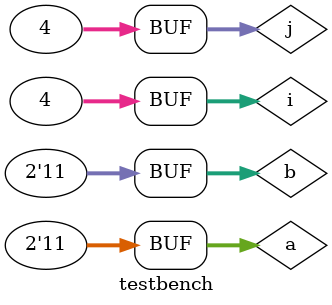
<source format=v>
`timescale 1ns/1ns
`include "A_greater_than_B.v"

module testbench;

    reg [1:0] a;
    reg [1:0] b;
    wire f;

    structural uut0(
        .a(a),
        .b(b),
        .f(f)
    );

    dataflow uut1(
        .a(a),
        .b(b),
        .f(f)
    );

    behavioral uut2(
        .a(a),
        .b(b),
        .f(f)
    );

    integer i = 0, j = 0;
    initial begin
        
       // $monitor()

        $dumpfile("testbench.vcd");
        $dumpvars(0, testbench);

        for(i=0;i<4;i=i+1)begin
            a = i;
            for(j=0;j<4;j=j+1)begin
                b = j;
                #1;
            end
        end
        

    end
endmodule
</source>
